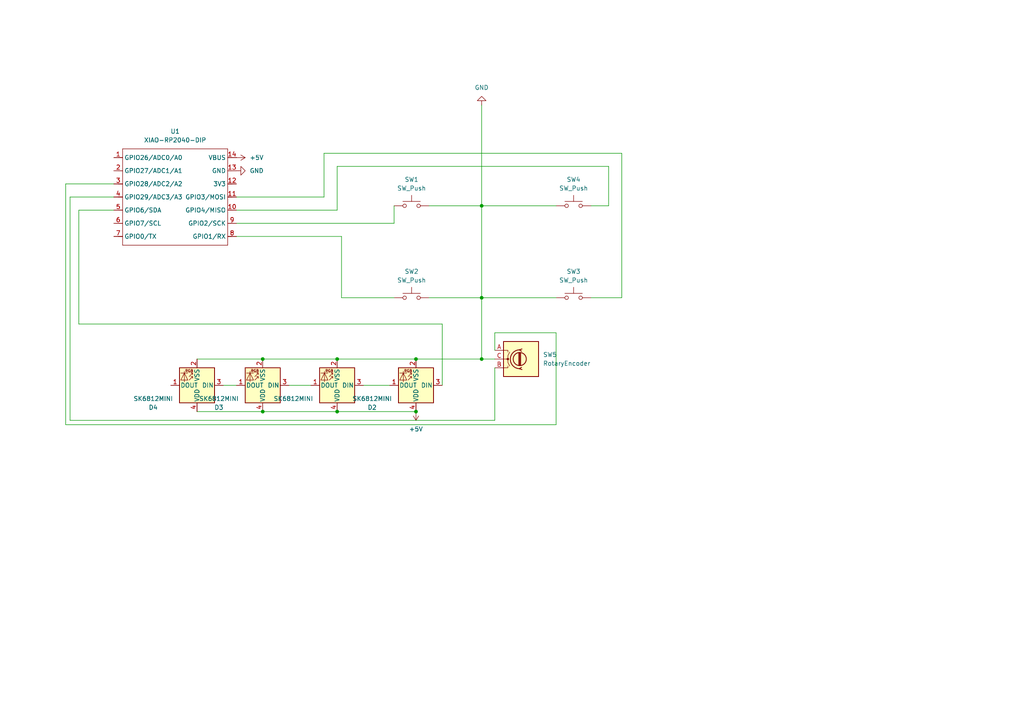
<source format=kicad_sch>
(kicad_sch (version 20250114) (generator "eeschema") (generator_version "9.0")
  (paper "A4")
  (lib_symbols
    (symbol "Device:RotaryEncoder" (pin_names (offset 0.254) (hide yes))
      (property "Reference" "SW" (at 0 6.604 0))
      (property "Value" "RotaryEncoder" (at 0 -6.604 0))
      (symbol "RotaryEncoder_0_1"
        (rectangle (start -5.08 5.08) (end 5.08 -5.08) (stroke (width 0.254)) (fill (type background)))
        (polyline (pts (xy -5.08 2.54) (xy -3.81 2.54) (xy -3.81 2.032)))
        (polyline (pts (xy -5.08 0) (xy -3.81 0) (xy -3.81 -1.016) (xy -3.302 -2.032)))
        (polyline (pts (xy -5.08 -2.54) (xy -3.81 -2.54) (xy -3.81 -2.032)))
        (polyline (pts (xy -4.318 0) (xy -3.81 0) (xy -3.81 1.016) (xy -3.302 2.032)))
        (circle (center -3.81 0) (radius 0.254) (fill (type outline)))
        (polyline (pts (xy -0.635 -1.778) (xy -0.635 1.778)) (stroke (width 0.254)))
        (circle (center -0.381 0) (radius 1.905) (stroke (width 0.254)))
        (polyline (pts (xy -0.381 -1.778) (xy -0.381 1.778)) (stroke (width 0.254)))
        (arc (start -0.381 -2.794) (mid -3.0988 -0.0635) (end -0.381 2.667) (stroke (width 0.254)))
        (polyline (pts (xy -0.127 1.778) (xy -0.127 -1.778)) (stroke (width 0.254)))
        (polyline (pts (xy 0.254 2.921) (xy -0.508 2.667) (xy 0.127 2.286)) (stroke (width 0.254)))
        (polyline (pts (xy 0.254 -3.048) (xy -0.508 -2.794) (xy 0.127 -2.413)) (stroke (width 0.254)))
      )
      (symbol "RotaryEncoder_1_1"
        (pin passive line (at -7.62 2.54 0) (length 2.54) (name "A") (number "A"))
        (pin passive line (at -7.62 0 0) (length 2.54) (name "C") (number "C"))
        (pin passive line (at -7.62 -2.54 0) (length 2.54) (name "B") (number "B"))
      )
    )
    (symbol "LED:SK6812MINI" (pin_names (offset 0.254))
      (property "Reference" "D" (at 5.08 5.715 0))
      (property "Value" "SK6812MINI" (at 1.27 -5.715 0))
      (symbol "SK6812MINI_0_0"
        (text "RGB" (at 2.286 -4.191 0) (effects (font (size 0.762 0.762))))
      )
      (symbol "SK6812MINI_0_1"
        (polyline (pts (xy 1.27 -2.54) (xy 1.778 -2.54)))
        (polyline (pts (xy 1.27 -3.556) (xy 1.778 -3.556)))
        (polyline (pts (xy 2.286 -1.524) (xy 1.27 -2.54) (xy 1.27 -2.032)))
        (polyline (pts (xy 2.286 -2.54) (xy 1.27 -3.556) (xy 1.27 -3.048)))
        (polyline (pts (xy 3.683 -1.016) (xy 3.683 -3.556) (xy 3.683 -4.064)))
        (polyline (pts (xy 4.699 -1.524) (xy 2.667 -1.524) (xy 3.683 -3.556) (xy 4.699 -1.524)))
        (polyline (pts (xy 4.699 -3.556) (xy 2.667 -3.556)))
        (rectangle (start 5.08 5.08) (end -5.08 -5.08) (stroke (width 0.254)) (fill (type background)))
      )
      (symbol "SK6812MINI_1_1"
        (pin input line (at -7.62 0 0) (length 2.54) (name "DIN") (number "3"))
        (pin power_in line (at 0 7.62 270) (length 2.54) (name "VDD") (number "4"))
        (pin power_in line (at 0 -7.62 90) (length 2.54) (name "VSS") (number "2"))
        (pin output line (at 7.62 0 180) (length 2.54) (name "DOUT") (number "1"))
      )
    )
    (symbol "OPL:XIAO-RP2040-DIP"
      (property "Reference" "U" (at 0 0 0))
      (property "Value" "XIAO-RP2040-DIP" (at 5.334 -1.778 0))
      (symbol "XIAO-RP2040-DIP_1_0"
        (polyline (pts (xy -1.27 -2.54) (xy 29.21 -2.54)) (stroke (width 0.1524)))
        (polyline (pts (xy -1.27 -5.08) (xy -2.54 -5.08)) (stroke (width 0.1524)))
        (polyline (pts (xy -1.27 -5.08) (xy -1.27 -2.54)) (stroke (width 0.1524)))
        (polyline (pts (xy -1.27 -8.89) (xy -2.54 -8.89)) (stroke (width 0.1524)))
        (polyline (pts (xy -1.27 -8.89) (xy -1.27 -5.08)) (stroke (width 0.1524)))
        (polyline (pts (xy -1.27 -12.7) (xy -2.54 -12.7)) (stroke (width 0.1524)))
        (polyline (pts (xy -1.27 -12.7) (xy -1.27 -8.89)) (stroke (width 0.1524)))
        (polyline (pts (xy -1.27 -16.51) (xy -2.54 -16.51)) (stroke (width 0.1524)))
        (polyline (pts (xy -1.27 -16.51) (xy -1.27 -12.7)) (stroke (width 0.1524)))
        (polyline (pts (xy -1.27 -20.32) (xy -2.54 -20.32)) (stroke (width 0.1524)))
        (polyline (pts (xy -1.27 -24.13) (xy -2.54 -24.13)) (stroke (width 0.1524)))
        (polyline (pts (xy -1.27 -27.94) (xy -2.54 -27.94)) (stroke (width 0.1524)))
        (polyline (pts (xy -1.27 -30.48) (xy -1.27 -16.51)) (stroke (width 0.1524)))
        (polyline (pts (xy 29.21 -2.54) (xy 29.21 -5.08)) (stroke (width 0.1524)))
        (polyline (pts (xy 29.21 -5.08) (xy 29.21 -8.89)) (stroke (width 0.1524)))
        (polyline (pts (xy 29.21 -8.89) (xy 29.21 -12.7)) (stroke (width 0.1524)))
        (polyline (pts (xy 29.21 -12.7) (xy 29.21 -30.48)) (stroke (width 0.1524)))
        (polyline (pts (xy 29.21 -30.48) (xy -1.27 -30.48)) (stroke (width 0.1524)))
        (polyline (pts (xy 30.48 -5.08) (xy 29.21 -5.08)) (stroke (width 0.1524)))
        (polyline (pts (xy 30.48 -8.89) (xy 29.21 -8.89)) (stroke (width 0.1524)))
        (polyline (pts (xy 30.48 -12.7) (xy 29.21 -12.7)) (stroke (width 0.1524)))
        (polyline (pts (xy 30.48 -16.51) (xy 29.21 -16.51)) (stroke (width 0.1524)))
        (polyline (pts (xy 30.48 -20.32) (xy 29.21 -20.32)) (stroke (width 0.1524)))
        (polyline (pts (xy 30.48 -24.13) (xy 29.21 -24.13)) (stroke (width 0.1524)))
        (polyline (pts (xy 30.48 -27.94) (xy 29.21 -27.94)) (stroke (width 0.1524)))
        (pin passive line (at -3.81 -5.08 0) (length 2.54) (name "GPIO26/ADC0/A0") (number "1"))
        (pin passive line (at -3.81 -8.89 0) (length 2.54) (name "GPIO27/ADC1/A1") (number "2"))
        (pin passive line (at -3.81 -12.7 0) (length 2.54) (name "GPIO28/ADC2/A2") (number "3"))
        (pin passive line (at -3.81 -16.51 0) (length 2.54) (name "GPIO29/ADC3/A3") (number "4"))
        (pin passive line (at -3.81 -20.32 0) (length 2.54) (name "GPIO6/SDA") (number "5"))
        (pin passive line (at -3.81 -24.13 0) (length 2.54) (name "GPIO7/SCL") (number "6"))
        (pin passive line (at -3.81 -27.94 0) (length 2.54) (name "GPIO0/TX") (number "7"))
        (pin passive line (at 31.75 -5.08 180) (length 2.54) (name "VBUS") (number "14"))
        (pin passive line (at 31.75 -8.89 180) (length 2.54) (name "GND") (number "13"))
        (pin passive line (at 31.75 -12.7 180) (length 2.54) (name "3V3") (number "12"))
        (pin passive line (at 31.75 -16.51 180) (length 2.54) (name "GPIO3/MOSI") (number "11"))
        (pin passive line (at 31.75 -20.32 180) (length 2.54) (name "GPIO4/MISO") (number "10"))
        (pin passive line (at 31.75 -24.13 180) (length 2.54) (name "GPIO2/SCK") (number "9"))
        (pin passive line (at 31.75 -27.94 180) (length 2.54) (name "GPIO1/RX") (number "8"))
      )
    )
    (symbol "Switch:SW_Push" (pin_numbers (hide yes)) (pin_names (offset 1.016) (hide yes))
      (property "Reference" "SW" (at 1.27 2.54 0))
      (property "Value" "SW_Push" (at 0 -1.524 0))
      (symbol "SW_Push_0_1"
        (circle (center -2.032 0) (radius 0.508))
        (polyline (pts (xy 0 1.27) (xy 0 3.048)))
        (circle (center 2.032 0) (radius 0.508))
        (polyline (pts (xy 2.54 1.27) (xy -2.54 1.27)))
        (pin passive line (at -5.08 0 0) (length 2.54) (name "1") (number "1"))
        (pin passive line (at 5.08 0 180) (length 2.54) (name "2") (number "2"))
      )
    )
    (symbol "power:+5V" (power) (pin_numbers (hide yes)) (pin_names (offset 0) (hide yes))
      (property "Value" "+5V" (at 0 3.556 0))
      (symbol "+5V_0_1"
        (polyline (pts (xy -0.762 1.27) (xy 0 2.54)))
        (polyline (pts (xy 0 2.54) (xy 0.762 1.27)))
        (polyline (pts (xy 0 0) (xy 0 2.54)))
      )
      (symbol "+5V_1_1"
        (pin power_in line (at 0 0 90) (length 0) (name "~") (number "1"))
      )
    )
    (symbol "power:GND" (power) (pin_numbers (hide yes)) (pin_names (offset 0) (hide yes))
      (property "Value" "GND" (at 0 -3.81 0))
      (symbol "GND_0_1"
        (polyline (pts (xy 0 0) (xy 0 -1.27) (xy 1.27 -1.27) (xy 0 -2.54) (xy -1.27 -1.27) (xy 0 -1.27)))
      )
      (symbol "GND_1_1"
        (pin power_in line (at 0 0 270) (length 0) (name "~") (number "1"))
      )
    )
  )
  (junction (at 139.7 104.14))
  (junction (at 76.2 119.38))
  (junction (at 97.79 119.38))
  (junction (at 139.7 59.69))
  (junction (at 76.2 104.14))
  (junction (at 120.65 104.14))
  (junction (at 139.7 86.36))
  (junction (at 120.65 119.38))
  (junction (at 97.79 104.14))
  (wire (pts (xy 139.7 104.14) (xy 139.7 86.36)))
  (wire (pts (xy 76.2 119.38) (xy 97.79 119.38)))
  (wire (pts (xy 161.29 96.52) (xy 161.29 123.19)))
  (wire (pts (xy 22.86 60.96) (xy 22.86 93.98)))
  (wire (pts (xy 143.51 106.68) (xy 143.51 121.92)))
  (wire (pts (xy 139.7 59.69) (xy 139.7 86.36)))
  (wire (pts (xy 57.15 119.38) (xy 76.2 119.38)))
  (wire (pts (xy 171.45 59.69) (xy 176.53 59.69)))
  (wire (pts (xy 57.15 104.14) (xy 76.2 104.14)))
  (wire (pts (xy 113.03 111.76) (xy 105.41 111.76)))
  (wire (pts (xy 180.34 44.45) (xy 93.98 44.45)))
  (wire (pts (xy 20.32 57.15) (xy 33.02 57.15)))
  (wire (pts (xy 139.7 104.14) (xy 143.51 104.14)))
  (wire (pts (xy 90.17 111.76) (xy 83.82 111.76)))
  (wire (pts (xy 33.02 60.96) (xy 22.86 60.96)))
  (wire (pts (xy 161.29 123.19) (xy 19.05 123.19)))
  (wire (pts (xy 176.53 59.69) (xy 176.53 48.26)))
  (wire (pts (xy 139.7 86.36) (xy 161.29 86.36)))
  (wire (pts (xy 93.98 44.45) (xy 93.98 57.15)))
  (wire (pts (xy 171.45 86.36) (xy 180.34 86.36)))
  (wire (pts (xy 93.98 57.15) (xy 68.58 57.15)))
  (wire (pts (xy 124.46 59.69) (xy 139.7 59.69)))
  (wire (pts (xy 143.51 96.52) (xy 161.29 96.52)))
  (wire (pts (xy 128.27 93.98) (xy 128.27 111.76)))
  (wire (pts (xy 120.65 104.14) (xy 139.7 104.14)))
  (wire (pts (xy 19.05 53.34) (xy 33.02 53.34)))
  (wire (pts (xy 124.46 86.36) (xy 139.7 86.36)))
  (wire (pts (xy 143.51 101.6) (xy 143.51 96.52)))
  (wire (pts (xy 114.3 59.69) (xy 114.3 64.77)))
  (wire (pts (xy 139.7 30.48) (xy 139.7 59.69)))
  (wire (pts (xy 22.86 93.98) (xy 128.27 93.98)))
  (wire (pts (xy 143.51 121.92) (xy 20.32 121.92)))
  (wire (pts (xy 97.79 119.38) (xy 120.65 119.38)))
  (wire (pts (xy 97.79 60.96) (xy 68.58 60.96)))
  (wire (pts (xy 64.77 111.76) (xy 68.58 111.76)))
  (wire (pts (xy 180.34 86.36) (xy 180.34 44.45)))
  (wire (pts (xy 114.3 64.77) (xy 68.58 64.77)))
  (wire (pts (xy 114.3 86.36) (xy 99.06 86.36)))
  (wire (pts (xy 139.7 59.69) (xy 161.29 59.69)))
  (wire (pts (xy 97.79 48.26) (xy 97.79 60.96)))
  (wire (pts (xy 99.06 86.36) (xy 99.06 68.58)))
  (wire (pts (xy 176.53 48.26) (xy 97.79 48.26)))
  (wire (pts (xy 99.06 68.58) (xy 68.58 68.58)))
  (wire (pts (xy 76.2 104.14) (xy 97.79 104.14)))
  (wire (pts (xy 19.05 53.34) (xy 19.05 123.19)))
  (wire (pts (xy 20.32 121.92) (xy 20.32 57.15)))
  (wire (pts (xy 97.79 104.14) (xy 120.65 104.14)))
  (symbol (lib_id "power:+5V") (at 120.65 119.38 180) (unit 1)
    (property "Reference" "#PWR04" (effects (hide yes)))
    (property "Value" "+5V" (at 120.65 124.46 0))
    (property "Description" "Power symbol creates a global label with name \"+5V\"" (effects (hide yes)))
  )
  (symbol (lib_id "power:GND") (at 68.58 49.53 90) (unit 1)
    (property "Reference" "#PWR02" (effects (hide yes)))
    (property "Value" "GND" (at 72.39 49.5299 90) (effects (justify right)))
    (property "Description" "Power symbol creates a global label with name \"GND\" , ground" (effects (hide yes)))
  )
  (symbol (lib_id "OPL:XIAO-RP2040-DIP") (at 36.83 40.64 0) (unit 1)
    (property "Reference" "U1" (at 50.8 38.1 0))
    (property "Value" "XIAO-RP2040-DIP" (at 50.8 40.64 0))
    (property "Footprint" "OPL:XIAO-RP2040-DIP" (effects (hide yes)))
  )
  (symbol (lib_id "Switch:SW_Push") (at 166.37 86.36 0) (unit 1)
    (property "Reference" "SW3" (at 166.37 78.74 0))
    (property "Value" "SW_Push" (at 166.37 81.28 0))
    (property "Footprint" "Button_Switch_Keyboard:SW_Cherry_MX_1.00u_PCB" (effects (hide yes)))
    (property "Description" "Push button switch, generic, two pins" (effects (hide yes)))
  )
  (symbol (lib_id "LED:SK6812MINI") (at 120.65 111.76 180) (unit 1)
    (property "Reference" "D2" (at 107.95 118.1802 0))
    (property "Value" "SK6812MINI" (at 107.95 115.6402 0))
    (property "Footprint" "LED_SMD:LED_SK6812MINI_PLCC4_3.5x3.5mm_P1.75mm" (effects (hide yes)))
    (property "Datasheet" "https://cdn-shop.adafruit.com/product-files/2686/SK6812MINI_REV.01-1-2.pdf" (effects (hide yes)))
    (property "Description" "RGB LED with integrated controller" (effects (hide yes)))
  )
  (symbol (lib_id "Switch:SW_Push") (at 119.38 86.36 0) (unit 1)
    (property "Reference" "SW2" (at 119.38 78.74 0))
    (property "Value" "SW_Push" (at 119.38 81.28 0))
    (property "Footprint" "Button_Switch_Keyboard:SW_Cherry_MX_1.00u_PCB" (effects (hide yes)))
    (property "Description" "Push button switch, generic, two pins" (effects (hide yes)))
  )
  (symbol (lib_id "LED:SK6812MINI") (at 76.2 111.76 180) (unit 1)
    (property "Reference" "D3" (at 63.5 118.1802 0))
    (property "Value" "SK6812MINI" (at 63.5 115.6402 0))
    (property "Footprint" "LED_SMD:LED_SK6812MINI_PLCC4_3.5x3.5mm_P1.75mm" (effects (hide yes)))
    (property "Datasheet" "https://cdn-shop.adafruit.com/product-files/2686/SK6812MINI_REV.01-1-2.pdf" (effects (hide yes)))
    (property "Description" "RGB LED with integrated controller" (effects (hide yes)))
  )
  (symbol (lib_id "Switch:SW_Push") (at 166.37 59.69 0) (unit 1)
    (property "Reference" "SW4" (at 166.37 52.07 0))
    (property "Value" "SW_Push" (at 166.37 54.61 0))
    (property "Footprint" "Button_Switch_Keyboard:SW_Cherry_MX_1.00u_PCB" (effects (hide yes)))
    (property "Description" "Push button switch, generic, two pins" (effects (hide yes)))
  )
  (symbol (lib_id "Switch:SW_Push") (at 119.38 59.69 0) (unit 1)
    (property "Reference" "SW1" (at 119.38 52.07 0))
    (property "Value" "SW_Push" (at 119.38 54.61 0))
    (property "Footprint" "Button_Switch_Keyboard:SW_Cherry_MX_1.00u_PCB" (effects (hide yes)))
    (property "Description" "Push button switch, generic, two pins" (effects (hide yes)))
  )
  (symbol (lib_id "power:GND") (at 139.7 30.48 180) (unit 1)
    (property "Reference" "#PWR01" (effects (hide yes)))
    (property "Value" "GND" (at 139.7 25.4 0))
    (property "Description" "Power symbol creates a global label with name \"GND\" , ground" (effects (hide yes)))
  )
  (symbol (lib_id "LED:SK6812MINI") (at 57.15 111.76 180) (unit 1)
    (property "Reference" "D4" (at 44.45 118.1802 0))
    (property "Value" "SK6812MINI" (at 44.45 115.6402 0))
    (property "Footprint" "LED_SMD:LED_SK6812MINI_PLCC4_3.5x3.5mm_P1.75mm" (effects (hide yes)))
    (property "Datasheet" "https://cdn-shop.adafruit.com/product-files/2686/SK6812MINI_REV.01-1-2.pdf" (effects (hide yes)))
    (property "Description" "RGB LED with integrated controller" (effects (hide yes)))
  )
  (symbol (lib_id "Device:RotaryEncoder") (at 151.13 104.14 0) (unit 1)
    (property "Reference" "SW5" (at 157.48 102.8699 0) (effects (justify left)))
    (property "Value" "RotaryEncoder" (at 157.48 105.4099 0) (effects (justify left)))
    (property "Footprint" "Rotary_Encoder:RotaryEncoder_Alps_EC11E_Vertical_H20mm" (effects (hide yes)))
    (property "Description" "Rotary encoder, dual channel, incremental quadrate outputs" (effects (hide yes)))
  )
  (symbol (lib_id "power:+5V") (at 68.58 45.72 270) (unit 1)
    (property "Reference" "#PWR03" (effects (hide yes)))
    (property "Value" "+5V" (at 72.39 45.7199 90) (effects (justify left)))
    (property "Description" "Power symbol creates a global label with name \"+5V\"" (effects (hide yes)))
  )
  (symbol (lib_id "LED:SK6812MINI") (at 97.79 111.76 180) (unit 1)
    (property "Reference" "D1" (effects (hide yes)))
    (property "Value" "SK6812MINI" (at 85.09 115.6402 0))
    (property "Footprint" "LED_SMD:LED_SK6812MINI_PLCC4_3.5x3.5mm_P1.75mm" (effects (hide yes)))
    (property "Datasheet" "https://cdn-shop.adafruit.com/product-files/2686/SK6812MINI_REV.01-1-2.pdf" (effects (hide yes)))
    (property "Description" "RGB LED with integrated controller" (effects (hide yes)))
  )
)
</source>
